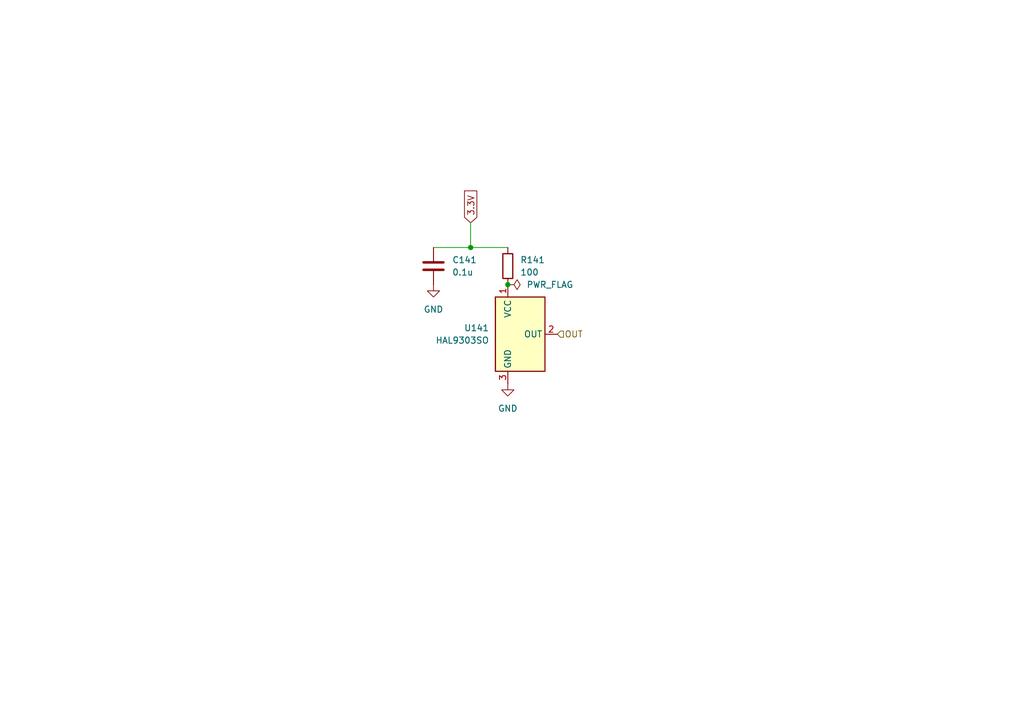
<source format=kicad_sch>
(kicad_sch (version 20250114) (generator "eeschema") (generator_version "9.0")
  (paper "A5")
  (lib_symbols
    (symbol "Device:C" (pin_numbers (hide yes)) (pin_names (offset 0.254))
      (property "Reference" "C" (at 0.635 2.54 0))
      (property "Value" "C" (at 0.635 -2.54 0))
      (symbol "C_0_1"
        (polyline (pts (xy -2.032 0.762) (xy 2.032 0.762)) (stroke (width 0.508)))
        (polyline (pts (xy -2.032 -0.762) (xy 2.032 -0.762)) (stroke (width 0.508)))
      )
      (symbol "C_1_1"
        (pin passive line (at 0 3.81 270) (length 2.794) (name "~") (number "1"))
        (pin passive line (at 0 -3.81 90) (length 2.794) (name "~") (number "2"))
      )
    )
    (symbol "Device:R" (pin_numbers (hide yes)) (pin_names (offset 0))
      (property "Reference" "R" (at 2.032 0 90))
      (property "Value" "R" (at 0 0 90))
      (symbol "R_0_1"
        (rectangle (start -1.016 -2.54) (end 1.016 2.54) (stroke (width 0.254)))
      )
      (symbol "R_1_1"
        (pin passive line (at 0 3.81 270) (length 1.27) (name "~") (number "1"))
        (pin passive line (at 0 -3.81 90) (length 1.27) (name "~") (number "2"))
      )
    )
    (symbol "Sensor_Magnetic:DRV5055A4xDBZxQ1"
      (property "Reference" "U" (at 2.54 12.7 0))
      (property "Value" "DRV5055A4xDBZxQ1" (at 2.54 10.16 0))
      (symbol "DRV5055A4xDBZxQ1_1_1"
        (rectangle (start -5.08 7.62) (end 5.08 -7.62) (stroke (width 0.254)) (fill (type background)))
        (pin power_in line (at -2.54 10.16 270) (length 2.54) (name "VCC") (number "1"))
        (pin power_in line (at -2.54 -10.16 90) (length 2.54) (name "GND") (number "3"))
        (pin output line (at 7.62 0 180) (length 2.54) (name "OUT") (number "2"))
      )
    )
    (symbol "power:GND" (power) (pin_numbers (hide yes)) (pin_names (offset 0) (hide yes))
      (property "Value" "GND" (at 0 -3.81 0))
      (symbol "GND_0_1"
        (polyline (pts (xy 0 0) (xy 0 -1.27) (xy 1.27 -1.27) (xy 0 -2.54) (xy -1.27 -1.27) (xy 0 -1.27)))
      )
      (symbol "GND_1_1"
        (pin power_in line (at 0 0 270) (length 0) (name "~") (number "1"))
      )
    )
    (symbol "power:PWR_FLAG" (power) (pin_numbers (hide yes)) (pin_names (offset 0) (hide yes))
      (property "Value" "PWR_FLAG" (at 0 3.81 0))
      (symbol "PWR_FLAG_0_0"
        (pin power_out line (at 0 0 90) (length 0) (name "~") (number "1"))
      )
      (symbol "PWR_FLAG_0_1"
        (polyline (pts (xy 0 0) (xy 0 1.27) (xy -1.016 1.905) (xy 0 2.54) (xy 1.016 1.905) (xy 0 1.27)))
      )
    )
  )
  (junction (at 104.14 58.42))
  (junction (at 96.52 50.8))
  (wire (pts (xy 96.52 45.72) (xy 96.52 50.8)))
  (wire (pts (xy 88.9 50.8) (xy 96.52 50.8)))
  (wire (pts (xy 96.52 50.8) (xy 104.14 50.8)))
  (global_label "3.3V" (shape input) (at 96.52 45.72 90) (property "Intersheetrefs" "${INTERSHEET_REFS}" (effects (hide yes))))
  (hierarchical_label "OUT" (shape input) (at 114.3 68.58 0))
  (symbol (lib_id "Sensor_Magnetic:DRV5055A4xDBZxQ1") (at 106.68 68.58 0) (unit 1)
    (property "Reference" "U1" (at 100.33 67.3099 0) (effects (justify right)))
    (property "Value" "HAL9303SO" (at 100.33 69.8499 0) (effects (justify right)))
    (property "Footprint" "Package_TO_SOT_SMD:SOT-23-3" (effects (hide yes)))
    (instances (project "pompyboard" (path "" (reference "U141") (unit 1)) (path "" (reference "U65") (unit 1)) (path "" (reference "U84") (unit 1)) (path "" (reference "U198") (unit 1)) (path "" (reference "U179") (unit 1)) (path "" (reference "U122") (unit 1)) (path "" (reference "U27") (unit 1)) (path "" (reference "U103") (unit 1)) (path "" (reference "U46") (unit 1)) (path "" (reference "U8") (unit 1)) (path "" (reference "U160") (unit 1)) (path "" (reference "U139") (unit 1)) (path "" (reference "U63") (unit 1)) (path "" (reference "U82") (unit 1)) (path "" (reference "U196") (unit 1)) (path "" (reference "U177") (unit 1)) (path "" (reference "U120") (unit 1)) (path "" (reference "U25") (unit 1)) (path "" (reference "U101") (unit 1)) (path "" (reference "U44") (unit 1)) (path "" (reference "U6") (unit 1)) (path "" (reference "U158") (unit 1)) (path "" (reference "U140") (unit 1)) (path "" (reference "U64") (unit 1)) (path "" (reference "U83") (unit 1)) (path "" (reference "U197") (unit 1)) (path "" (reference "U178") (unit 1)) (path "" (reference "U121") (unit 1)) (path "" (reference "U26") (unit 1)) (path "" (reference "U102") (unit 1)) (path "" (reference "U45") (unit 1)) (path "" (reference "U7") (unit 1)) (path "" (reference "U159") (unit 1)) (path "" (reference "U147") (unit 1)) (path "" (reference "U71") (unit 1)) (path "" (reference "U90") (unit 1)) (path "" (reference "U204") (unit 1)) (path "" (reference "U185") (unit 1)) (path "" (reference "U128") (unit 1)) (path "" (reference "U33") (unit 1)) (path "" (reference "U109") (unit 1)) (path "" (reference "U52") (unit 1)) (path "" (reference "U14") (unit 1)) (path "" (reference "U166") (unit 1)) (path "" (reference "U142") (unit 1)) (path "" (reference "U66") (unit 1)) (path "" (reference "U85") (unit 1)) (path "" (reference "U199") (unit 1)) (path "" (reference "U180") (unit 1)) (path "" (reference "U123") (unit 1)) (path "" (reference "U28") (unit 1)) (path "" (reference "U104") (unit 1)) (path "" (reference "U47") (unit 1)) (path "" (reference "U9") (unit 1)) (path "" (reference "U161") (unit 1)) (path "" (reference "U144") (unit 1)) (path "" (reference "U68") (unit 1)) (path "" (reference "U87") (unit 1)) (path "" (reference "U201") (unit 1)) (path "" (reference "U182") (unit 1)) (path "" (reference "U125") (unit 1)) (path "" (reference "U30") (unit 1)) (path "" (reference "U106") (unit 1)) (path "" (reference "U49") (unit 1)) (path "" (reference "U11") (unit 1)) (path "" (reference "U163") (unit 1)) (path "" (reference "U152") (unit 1)) (path "" (reference "U76") (unit 1)) (path "" (reference "U95") (unit 1)) (path "" (reference "U209") (unit 1)) (path "" (reference "U190") (unit 1)) (path "" (reference "U133") (unit 1)) (path "" (reference "U38") (unit 1)) (path "" (reference "U114") (unit 1)) (path "" (reference "U57") (unit 1)) (path "" (reference "U19") (unit 1)) (path "" (reference "U171") (unit 1)) (path "" (reference "U138") (unit 1)) (path "" (reference "U62") (unit 1)) (path "" (reference "U81") (unit 1)) (path "" (reference "U195") (unit 1)) (path "" (reference "U176") (unit 1)) (path "" (reference "U119") (unit 1)) (path "" (reference "U24") (unit 1)) (path "" (reference "U100") (unit 1)) (path "" (reference "U43") (unit 1)) (path "" (reference "U5") (unit 1)) (path "" (reference "U157") (unit 1)) (path "" (reference "U149") (unit 1)) (path "" (reference "U73") (unit 1)) (path "" (reference "U92") (unit 1)) (path "" (reference "U206") (unit 1)) (path "" (reference "U187") (unit 1)) (path "" (reference "U130") (unit 1)) (path "" (reference "U35") (unit 1)) (path "" (reference "U111") (unit 1)) (path "" (reference "U54") (unit 1)) (path "" (reference "U16") (unit 1)) (path "" (reference "U168") (unit 1)) (path "" (reference "U151") (unit 1)) (path "" (reference "U75") (unit 1)) (path "" (reference "U94") (unit 1)) (path "" (reference "U208") (unit 1)) (path "" (reference "U189") (unit 1)) (path "" (reference "U132") (unit 1)) (path "" (reference "U37") (unit 1)) (path "" (reference "U113") (unit 1)) (path "" (reference "U56") (unit 1)) (path "" (reference "U18") (unit 1)) (path "" (reference "U170") (unit 1)) (path "" (reference "U148") (unit 1)) (path "" (reference "U72") (unit 1)) (path "" (reference "U91") (unit 1)) (path "" (reference "U205") (unit 1)) (path "" (reference "U186") (unit 1)) (path "" (reference "U129") (unit 1)) (path "" (reference "U34") (unit 1)) (path "" (reference "U110") (unit 1)) (path "" (reference "U53") (unit 1)) (path "" (reference "U15") (unit 1)) (path "" (reference "U167") (unit 1)) (path "" (reference "U137") (unit 1)) (path "" (reference "U61") (unit 1)) (path "" (reference "U80") (unit 1)) (path "" (reference "U194") (unit 1)) (path "" (reference "U175") (unit 1)) (path "" (reference "U118") (unit 1)) (path "" (reference "U23") (unit 1)) (path "" (reference "U99") (unit 1)) (path "" (reference "U42") (unit 1)) (path "" (reference "U4") (unit 1)) (path "" (reference "U156") (unit 1)) (path "" (reference "U145") (unit 1)) (path "" (reference "U69") (unit 1)) (path "" (reference "U88") (unit 1)) (path "" (reference "U202") (unit 1)) (path "" (reference "U183") (unit 1)) (path "" (reference "U126") (unit 1)) (path "" (reference "U31") (unit 1)) (path "" (reference "U107") (unit 1)) (path "" (reference "U50") (unit 1)) (path "" (reference "U12") (unit 1)) (path "" (reference "U164") (unit 1)) (path "" (reference "U134") (unit 1)) (path "" (reference "U58") (unit 1)) (path "" (reference "U77") (unit 1)) (path "" (reference "U191") (unit 1)) (path "" (reference "U172") (unit 1)) (path "" (reference "U115") (unit 1)) (path "" (reference "U20") (unit 1)) (path "" (reference "U96") (unit 1)) (path "" (reference "U39") (unit 1)) (path "" (reference "U1") (unit 1)) (path "" (reference "U153") (unit 1)) (path "" (reference "U136") (unit 1)) (path "" (reference "U60") (unit 1)) (path "" (reference "U79") (unit 1)) (path "" (reference "U193") (unit 1)) (path "" (reference "U174") (unit 1)) (path "" (reference "U117") (unit 1)) (path "" (reference "U22") (unit 1)) (path "" (reference "U98") (unit 1)) (path "" (reference "U41") (unit 1)) (path "" (reference "U3") (unit 1)) (path "" (reference "U155") (unit 1)) (path "" (reference "U143") (unit 1)) (path "" (reference "U67") (unit 1)) (path "" (reference "U86") (unit 1)) (path "" (reference "U200") (unit 1)) (path "" (reference "U181") (unit 1)) (path "" (reference "U124") (unit 1)) (path "" (reference "U29") (unit 1)) (path "" (reference "U105") (unit 1)) (path "" (reference "U48") (unit 1)) (path "" (reference "U10") (unit 1)) (path "" (reference "U162") (unit 1)) (path "" (reference "U135") (unit 1)) (path "" (reference "U59") (unit 1)) (path "" (reference "U78") (unit 1)) (path "" (reference "U192") (unit 1)) (path "" (reference "U173") (unit 1)) (path "" (reference "U116") (unit 1)) (path "" (reference "U21") (unit 1)) (path "" (reference "U97") (unit 1)) (path "" (reference "U40") (unit 1)) (path "" (reference "U2") (unit 1)) (path "" (reference "U154") (unit 1)) (path "" (reference "U150") (unit 1)) (path "" (reference "U74") (unit 1)) (path "" (reference "U93") (unit 1)) (path "" (reference "U207") (unit 1)) (path "" (reference "U188") (unit 1)) (path "" (reference "U131") (unit 1)) (path "" (reference "U36") (unit 1)) (path "" (reference "U112") (unit 1)) (path "" (reference "U55") (unit 1)) (path "" (reference "U17") (unit 1)) (path "" (reference "U169") (unit 1)) (path "" (reference "U146") (unit 1)) (path "" (reference "U70") (unit 1)) (path "" (reference "U89") (unit 1)) (path "" (reference "U203") (unit 1)) (path "" (reference "U184") (unit 1)) (path "" (reference "U127") (unit 1)) (path "" (reference "U32") (unit 1)) (path "" (reference "U108") (unit 1)) (path "" (reference "U51") (unit 1)) (path "" (reference "U13") (unit 1)) (path "" (reference "U165") (unit 1))))
  )
  (symbol (lib_id "power:PWR_FLAG") (at 104.14 58.42 270) (unit 1)
    (property "Reference" "#FLG0212" (effects (hide yes)))
    (property "Value" "PWR_FLAG" (at 107.95 58.4199 90) (effects (justify left)))
    (property "Description" "Special symbol for telling ERC where power comes from" (effects (hide yes)))
    (instances (project "pompyboard" (path "" (reference "#FLG065") (unit 1)) (path "" (reference "#FLG061") (unit 1)) (path "" (reference "#FLG062") (unit 1)) (path "" (reference "#FLG068") (unit 1)) (path "" (reference "#FLG067") (unit 1)) (path "" (reference "#FLG064") (unit 1)) (path "" (reference "#FLG059") (unit 1)) (path "" (reference "#FLG063") (unit 1)) (path "" (reference "#FLG060") (unit 1)) (path "" (reference "#FLG058") (unit 1)) (path "" (reference "#FLG066") (unit 1)) (path "" (reference "#FLG043") (unit 1)) (path "" (reference "#FLG039") (unit 1)) (path "" (reference "#FLG040") (unit 1)) (path "" (reference "#FLG046") (unit 1)) (path "" (reference "#FLG045") (unit 1)) (path "" (reference "#FLG042") (unit 1)) (path "" (reference "#FLG037") (unit 1)) (path "" (reference "#FLG041") (unit 1)) (path "" (reference "#FLG038") (unit 1)) (path "" (reference "#FLG036") (unit 1)) (path "" (reference "#FLG044") (unit 1)) (path "" (reference "#FLG054") (unit 1)) (path "" (reference "#FLG050") (unit 1)) (path "" (reference "#FLG051") (unit 1)) (path "" (reference "#FLG057") (unit 1)) (path "" (reference "#FLG056") (unit 1)) (path "" (reference "#FLG053") (unit 1)) (path "" (reference "#FLG048") (unit 1)) (path "" (reference "#FLG052") (unit 1)) (path "" (reference "#FLG049") (unit 1)) (path "" (reference "#FLG047") (unit 1)) (path "" (reference "#FLG055") (unit 1)) (path "" (reference "#FLG0131") (unit 1)) (path "" (reference "#FLG0127") (unit 1)) (path "" (reference "#FLG0128") (unit 1)) (path "" (reference "#FLG0134") (unit 1)) (path "" (reference "#FLG0133") (unit 1)) (path "" (reference "#FLG0130") (unit 1)) (path "" (reference "#FLG0125") (unit 1)) (path "" (reference "#FLG0129") (unit 1)) (path "" (reference "#FLG0126") (unit 1)) (path "" (reference "#FLG0124") (unit 1)) (path "" (reference "#FLG0132") (unit 1)) (path "" (reference "#FLG076") (unit 1)) (path "" (reference "#FLG072") (unit 1)) (path "" (reference "#FLG073") (unit 1)) (path "" (reference "#FLG079") (unit 1)) (path "" (reference "#FLG078") (unit 1)) (path "" (reference "#FLG075") (unit 1)) (path "" (reference "#FLG070") (unit 1)) (path "" (reference "#FLG074") (unit 1)) (path "" (reference "#FLG071") (unit 1)) (path "" (reference "#FLG069") (unit 1)) (path "" (reference "#FLG077") (unit 1)) (path "" (reference "#FLG098") (unit 1)) (path "" (reference "#FLG094") (unit 1)) (path "" (reference "#FLG095") (unit 1)) (path "" (reference "#FLG0101") (unit 1)) (path "" (reference "#FLG0100") (unit 1)) (path "" (reference "#FLG097") (unit 1)) (path "" (reference "#FLG092") (unit 1)) (path "" (reference "#FLG096") (unit 1)) (path "" (reference "#FLG093") (unit 1)) (path "" (reference "#FLG091") (unit 1)) (path "" (reference "#FLG099") (unit 1)) (path "" (reference "#FLG0186") (unit 1)) (path "" (reference "#FLG0182") (unit 1)) (path "" (reference "#FLG0183") (unit 1)) (path "" (reference "#FLG0189") (unit 1)) (path "" (reference "#FLG0188") (unit 1)) (path "" (reference "#FLG0185") (unit 1)) (path "" (reference "#FLG0180") (unit 1)) (path "" (reference "#FLG0184") (unit 1)) (path "" (reference "#FLG0181") (unit 1)) (path "" (reference "#FLG0179") (unit 1)) (path "" (reference "#FLG0187") (unit 1)) (path "" (reference "#FLG032") (unit 1)) (path "" (reference "#FLG028") (unit 1)) (path "" (reference "#FLG029") (unit 1)) (path "" (reference "#FLG035") (unit 1)) (path "" (reference "#FLG034") (unit 1)) (path "" (reference "#FLG031") (unit 1)) (path "" (reference "#FLG026") (unit 1)) (path "" (reference "#FLG030") (unit 1)) (path "" (reference "#FLG027") (unit 1)) (path "" (reference "#FLG025") (unit 1)) (path "" (reference "#FLG033") (unit 1)) (path "" (reference "#FLG0153") (unit 1)) (path "" (reference "#FLG0149") (unit 1)) (path "" (reference "#FLG0150") (unit 1)) (path "" (reference "#FLG0156") (unit 1)) (path "" (reference "#FLG0155") (unit 1)) (path "" (reference "#FLG0152") (unit 1)) (path "" (reference "#FLG0147") (unit 1)) (path "" (reference "#FLG0151") (unit 1)) (path "" (reference "#FLG0148") (unit 1)) (path "" (reference "#FLG0146") (unit 1)) (path "" (reference "#FLG0154") (unit 1)) (path "" (reference "#FLG0175") (unit 1)) (path "" (reference "#FLG0171") (unit 1)) (path "" (reference "#FLG0172") (unit 1)) (path "" (reference "#FLG0178") (unit 1)) (path "" (reference "#FLG0177") (unit 1)) (path "" (reference "#FLG0174") (unit 1)) (path "" (reference "#FLG0169") (unit 1)) (path "" (reference "#FLG0173") (unit 1)) (path "" (reference "#FLG0170") (unit 1)) (path "" (reference "#FLG0168") (unit 1)) (path "" (reference "#FLG0176") (unit 1)) (path "" (reference "#FLG0142") (unit 1)) (path "" (reference "#FLG0138") (unit 1)) (path "" (reference "#FLG0139") (unit 1)) (path "" (reference "#FLG0145") (unit 1)) (path "" (reference "#FLG0144") (unit 1)) (path "" (reference "#FLG0141") (unit 1)) (path "" (reference "#FLG0136") (unit 1)) (path "" (reference "#FLG0140") (unit 1)) (path "" (reference "#FLG0137") (unit 1)) (path "" (reference "#FLG0135") (unit 1)) (path "" (reference "#FLG0143") (unit 1)) (path "" (reference "#FLG021") (unit 1)) (path "" (reference "#FLG017") (unit 1)) (path "" (reference "#FLG018") (unit 1)) (path "" (reference "#FLG024") (unit 1)) (path "" (reference "#FLG023") (unit 1)) (path "" (reference "#FLG020") (unit 1)) (path "" (reference "#FLG015") (unit 1)) (path "" (reference "#FLG019") (unit 1)) (path "" (reference "#FLG016") (unit 1)) (path "" (reference "#FLG014") (unit 1)) (path "" (reference "#FLG022") (unit 1)) (path "" (reference "#FLG0109") (unit 1)) (path "" (reference "#FLG0105") (unit 1)) (path "" (reference "#FLG0106") (unit 1)) (path "" (reference "#FLG0112") (unit 1)) (path "" (reference "#FLG0111") (unit 1)) (path "" (reference "#FLG0108") (unit 1)) (path "" (reference "#FLG0103") (unit 1)) (path "" (reference "#FLG0107") (unit 1)) (path "" (reference "#FLG0104") (unit 1)) (path "" (reference "#FLG0102") (unit 1)) (path "" (reference "#FLG0110") (unit 1)) (path "" (reference "#FLG0219") (unit 1)) (path "" (reference "#FLG0215") (unit 1)) (path "" (reference "#FLG0216") (unit 1)) (path "" (reference "#FLG0222") (unit 1)) (path "" (reference "#FLG0221") (unit 1)) (path "" (reference "#FLG0218") (unit 1)) (path "" (reference "#FLG0213") (unit 1)) (path "" (reference "#FLG0217") (unit 1)) (path "" (reference "#FLG0214") (unit 1)) (path "" (reference "#FLG0212") (unit 1)) (path "" (reference "#FLG0220") (unit 1)) (path "" (reference "#FLG010") (unit 1)) (path "" (reference "#FLG06") (unit 1)) (path "" (reference "#FLG07") (unit 1)) (path "" (reference "#FLG013") (unit 1)) (path "" (reference "#FLG012") (unit 1)) (path "" (reference "#FLG09") (unit 1)) (path "" (reference "#FLG03") (unit 1)) (path "" (reference "#FLG08") (unit 1)) (path "" (reference "#FLG04") (unit 1)) (path "" (reference "#FLG02") (unit 1)) (path "" (reference "#FLG011") (unit 1)) (path "" (reference "#FLG087") (unit 1)) (path "" (reference "#FLG083") (unit 1)) (path "" (reference "#FLG084") (unit 1)) (path "" (reference "#FLG090") (unit 1)) (path "" (reference "#FLG089") (unit 1)) (path "" (reference "#FLG086") (unit 1)) (path "" (reference "#FLG081") (unit 1)) (path "" (reference "#FLG085") (unit 1)) (path "" (reference "#FLG082") (unit 1)) (path "" (reference "#FLG080") (unit 1)) (path "" (reference "#FLG088") (unit 1)) (path "" (reference "#FLG0230") (unit 1)) (path "" (reference "#FLG0226") (unit 1)) (path "" (reference "#FLG0227") (unit 1)) (path "" (reference "#FLG0233") (unit 1)) (path "" (reference "#FLG0232") (unit 1)) (path "" (reference "#FLG0229") (unit 1)) (path "" (reference "#FLG0224") (unit 1)) (path "" (reference "#FLG0228") (unit 1)) (path "" (reference "#FLG0225") (unit 1)) (path "" (reference "#FLG0223") (unit 1)) (path "" (reference "#FLG0231") (unit 1)) (path "" (reference "#FLG0164") (unit 1)) (path "" (reference "#FLG0160") (unit 1)) (path "" (reference "#FLG0161") (unit 1)) (path "" (reference "#FLG0167") (unit 1)) (path "" (reference "#FLG0166") (unit 1)) (path "" (reference "#FLG0163") (unit 1)) (path "" (reference "#FLG0158") (unit 1)) (path "" (reference "#FLG0162") (unit 1)) (path "" (reference "#FLG0159") (unit 1)) (path "" (reference "#FLG0157") (unit 1)) (path "" (reference "#FLG0165") (unit 1)) (path "" (reference "#FLG0120") (unit 1)) (path "" (reference "#FLG0116") (unit 1)) (path "" (reference "#FLG0117") (unit 1)) (path "" (reference "#FLG0123") (unit 1)) (path "" (reference "#FLG0122") (unit 1)) (path "" (reference "#FLG0119") (unit 1)) (path "" (reference "#FLG0114") (unit 1)) (path "" (reference "#FLG0118") (unit 1)) (path "" (reference "#FLG0115") (unit 1)) (path "" (reference "#FLG0113") (unit 1)) (path "" (reference "#FLG0121") (unit 1))))
  )
  (symbol (lib_id "Device:R") (at 104.14 54.61 180) (unit 1)
    (property "Reference" "R1" (at 106.68 53.3399 0) (effects (justify right)))
    (property "Value" "100" (at 106.68 55.8799 0) (effects (justify right)))
    (property "Footprint" "Resistor_SMD:R_0201_0603Metric" (effects (hide yes)))
    (property "Description" "Resistor" (effects (hide yes)))
    (property "LCSC Part #" "C22775" (effects (hide yes)))
    (instances (project "pompyboard" (path "" (reference "R141") (unit 1)) (path "" (reference "R65") (unit 1)) (path "" (reference "R84") (unit 1)) (path "" (reference "R198") (unit 1)) (path "" (reference "R179") (unit 1)) (path "" (reference "R122") (unit 1)) (path "" (reference "R27") (unit 1)) (path "" (reference "R103") (unit 1)) (path "" (reference "R46") (unit 1)) (path "" (reference "R8") (unit 1)) (path "" (reference "R160") (unit 1)) (path "" (reference "R139") (unit 1)) (path "" (reference "R63") (unit 1)) (path "" (reference "R82") (unit 1)) (path "" (reference "R196") (unit 1)) (path "" (reference "R177") (unit 1)) (path "" (reference "R120") (unit 1)) (path "" (reference "R25") (unit 1)) (path "" (reference "R101") (unit 1)) (path "" (reference "R44") (unit 1)) (path "" (reference "R6") (unit 1)) (path "" (reference "R158") (unit 1)) (path "" (reference "R140") (unit 1)) (path "" (reference "R64") (unit 1)) (path "" (reference "R83") (unit 1)) (path "" (reference "R197") (unit 1)) (path "" (reference "R178") (unit 1)) (path "" (reference "R121") (unit 1)) (path "" (reference "R26") (unit 1)) (path "" (reference "R102") (unit 1)) (path "" (reference "R45") (unit 1)) (path "" (reference "R7") (unit 1)) (path "" (reference "R159") (unit 1)) (path "" (reference "R147") (unit 1)) (path "" (reference "R71") (unit 1)) (path "" (reference "R90") (unit 1)) (path "" (reference "R204") (unit 1)) (path "" (reference "R185") (unit 1)) (path "" (reference "R128") (unit 1)) (path "" (reference "R33") (unit 1)) (path "" (reference "R109") (unit 1)) (path "" (reference "R52") (unit 1)) (path "" (reference "R14") (unit 1)) (path "" (reference "R166") (unit 1)) (path "" (reference "R142") (unit 1)) (path "" (reference "R66") (unit 1)) (path "" (reference "R85") (unit 1)) (path "" (reference "R199") (unit 1)) (path "" (reference "R180") (unit 1)) (path "" (reference "R123") (unit 1)) (path "" (reference "R28") (unit 1)) (path "" (reference "R104") (unit 1)) (path "" (reference "R47") (unit 1)) (path "" (reference "R9") (unit 1)) (path "" (reference "R161") (unit 1)) (path "" (reference "R144") (unit 1)) (path "" (reference "R68") (unit 1)) (path "" (reference "R87") (unit 1)) (path "" (reference "R201") (unit 1)) (path "" (reference "R182") (unit 1)) (path "" (reference "R125") (unit 1)) (path "" (reference "R30") (unit 1)) (path "" (reference "R106") (unit 1)) (path "" (reference "R49") (unit 1)) (path "" (reference "R11") (unit 1)) (path "" (reference "R163") (unit 1)) (path "" (reference "R152") (unit 1)) (path "" (reference "R76") (unit 1)) (path "" (reference "R95") (unit 1)) (path "" (reference "R209") (unit 1)) (path "" (reference "R190") (unit 1)) (path "" (reference "R133") (unit 1)) (path "" (reference "R38") (unit 1)) (path "" (reference "R114") (unit 1)) (path "" (reference "R57") (unit 1)) (path "" (reference "R19") (unit 1)) (path "" (reference "R171") (unit 1)) (path "" (reference "R138") (unit 1)) (path "" (reference "R62") (unit 1)) (path "" (reference "R81") (unit 1)) (path "" (reference "R195") (unit 1)) (path "" (reference "R176") (unit 1)) (path "" (reference "R119") (unit 1)) (path "" (reference "R24") (unit 1)) (path "" (reference "R100") (unit 1)) (path "" (reference "R43") (unit 1)) (path "" (reference "R5") (unit 1)) (path "" (reference "R157") (unit 1)) (path "" (reference "R149") (unit 1)) (path "" (reference "R73") (unit 1)) (path "" (reference "R92") (unit 1)) (path "" (reference "R206") (unit 1)) (path "" (reference "R187") (unit 1)) (path "" (reference "R130") (unit 1)) (path "" (reference "R35") (unit 1)) (path "" (reference "R111") (unit 1)) (path "" (reference "R54") (unit 1)) (path "" (reference "R16") (unit 1)) (path "" (reference "R168") (unit 1)) (path "" (reference "R151") (unit 1)) (path "" (reference "R75") (unit 1)) (path "" (reference "R94") (unit 1)) (path "" (reference "R208") (unit 1)) (path "" (reference "R189") (unit 1)) (path "" (reference "R132") (unit 1)) (path "" (reference "R37") (unit 1)) (path "" (reference "R113") (unit 1)) (path "" (reference "R56") (unit 1)) (path "" (reference "R18") (unit 1)) (path "" (reference "R170") (unit 1)) (path "" (reference "R148") (unit 1)) (path "" (reference "R72") (unit 1)) (path "" (reference "R91") (unit 1)) (path "" (reference "R205") (unit 1)) (path "" (reference "R186") (unit 1)) (path "" (reference "R129") (unit 1)) (path "" (reference "R34") (unit 1)) (path "" (reference "R110") (unit 1)) (path "" (reference "R53") (unit 1)) (path "" (reference "R15") (unit 1)) (path "" (reference "R167") (unit 1)) (path "" (reference "R137") (unit 1)) (path "" (reference "R61") (unit 1)) (path "" (reference "R80") (unit 1)) (path "" (reference "R194") (unit 1)) (path "" (reference "R175") (unit 1)) (path "" (reference "R118") (unit 1)) (path "" (reference "R23") (unit 1)) (path "" (reference "R99") (unit 1)) (path "" (reference "R42") (unit 1)) (path "" (reference "R4") (unit 1)) (path "" (reference "R156") (unit 1)) (path "" (reference "R145") (unit 1)) (path "" (reference "R69") (unit 1)) (path "" (reference "R88") (unit 1)) (path "" (reference "R202") (unit 1)) (path "" (reference "R183") (unit 1)) (path "" (reference "R126") (unit 1)) (path "" (reference "R31") (unit 1)) (path "" (reference "R107") (unit 1)) (path "" (reference "R50") (unit 1)) (path "" (reference "R12") (unit 1)) (path "" (reference "R164") (unit 1)) (path "" (reference "R134") (unit 1)) (path "" (reference "R58") (unit 1)) (path "" (reference "R77") (unit 1)) (path "" (reference "R191") (unit 1)) (path "" (reference "R172") (unit 1)) (path "" (reference "R115") (unit 1)) (path "" (reference "R20") (unit 1)) (path "" (reference "R96") (unit 1)) (path "" (reference "R39") (unit 1)) (path "" (reference "R1") (unit 1)) (path "" (reference "R153") (unit 1)) (path "" (reference "R136") (unit 1)) (path "" (reference "R60") (unit 1)) (path "" (reference "R79") (unit 1)) (path "" (reference "R193") (unit 1)) (path "" (reference "R174") (unit 1)) (path "" (reference "R117") (unit 1)) (path "" (reference "R22") (unit 1)) (path "" (reference "R98") (unit 1)) (path "" (reference "R41") (unit 1)) (path "" (reference "R3") (unit 1)) (path "" (reference "R155") (unit 1)) (path "" (reference "R143") (unit 1)) (path "" (reference "R67") (unit 1)) (path "" (reference "R86") (unit 1)) (path "" (reference "R200") (unit 1)) (path "" (reference "R181") (unit 1)) (path "" (reference "R124") (unit 1)) (path "" (reference "R29") (unit 1)) (path "" (reference "R105") (unit 1)) (path "" (reference "R48") (unit 1)) (path "" (reference "R10") (unit 1)) (path "" (reference "R162") (unit 1)) (path "" (reference "R135") (unit 1)) (path "" (reference "R59") (unit 1)) (path "" (reference "R78") (unit 1)) (path "" (reference "R192") (unit 1)) (path "" (reference "R173") (unit 1)) (path "" (reference "R116") (unit 1)) (path "" (reference "R21") (unit 1)) (path "" (reference "R97") (unit 1)) (path "" (reference "R40") (unit 1)) (path "" (reference "R2") (unit 1)) (path "" (reference "R154") (unit 1)) (path "" (reference "R150") (unit 1)) (path "" (reference "R74") (unit 1)) (path "" (reference "R93") (unit 1)) (path "" (reference "R207") (unit 1)) (path "" (reference "R188") (unit 1)) (path "" (reference "R131") (unit 1)) (path "" (reference "R36") (unit 1)) (path "" (reference "R112") (unit 1)) (path "" (reference "R55") (unit 1)) (path "" (reference "R17") (unit 1)) (path "" (reference "R169") (unit 1)) (path "" (reference "R146") (unit 1)) (path "" (reference "R70") (unit 1)) (path "" (reference "R89") (unit 1)) (path "" (reference "R203") (unit 1)) (path "" (reference "R184") (unit 1)) (path "" (reference "R127") (unit 1)) (path "" (reference "R32") (unit 1)) (path "" (reference "R108") (unit 1)) (path "" (reference "R51") (unit 1)) (path "" (reference "R13") (unit 1)) (path "" (reference "R165") (unit 1))))
  )
  (symbol (lib_id "power:GND") (at 88.9 58.42 0) (unit 1)
    (property "Reference" "#PWR041" (effects (hide yes)))
    (property "Value" "GND" (at 88.9 63.5 0))
    (property "Description" "Power symbol creates a global label with name \"GND\" , ground" (effects (hide yes)))
    (instances (project "pompyboard" (path "" (reference "#PWR0201") (unit 1)) (path "" (reference "#PWR0193") (unit 1)) (path "" (reference "#PWR0195") (unit 1)) (path "" (reference "#PWR0207") (unit 1)) (path "" (reference "#PWR0205") (unit 1)) (path "" (reference "#PWR0199") (unit 1)) (path "" (reference "#PWR0189") (unit 1)) (path "" (reference "#PWR0197") (unit 1)) (path "" (reference "#PWR0191") (unit 1)) (path "" (reference "#PWR0187") (unit 1)) (path "" (reference "#PWR0203") (unit 1)) (path "" (reference "#PWR0151") (unit 1)) (path "" (reference "#PWR0143") (unit 1)) (path "" (reference "#PWR0145") (unit 1)) (path "" (reference "#PWR0157") (unit 1)) (path "" (reference "#PWR0155") (unit 1)) (path "" (reference "#PWR0149") (unit 1)) (path "" (reference "#PWR0139") (unit 1)) (path "" (reference "#PWR0147") (unit 1)) (path "" (reference "#PWR0141") (unit 1)) (path "" (reference "#PWR0137") (unit 1)) (path "" (reference "#PWR0153") (unit 1)) (path "" (reference "#PWR0176") (unit 1)) (path "" (reference "#PWR0168") (unit 1)) (path "" (reference "#PWR0170") (unit 1)) (path "" (reference "#PWR0182") (unit 1)) (path "" (reference "#PWR0180") (unit 1)) (path "" (reference "#PWR0174") (unit 1)) (path "" (reference "#PWR0164") (unit 1)) (path "" (reference "#PWR0172") (unit 1)) (path "" (reference "#PWR0166") (unit 1)) (path "" (reference "#PWR0162") (unit 1)) (path "" (reference "#PWR0178") (unit 1)) (path "" (reference "#PWR0351") (unit 1)) (path "" (reference "#PWR0343") (unit 1)) (path "" (reference "#PWR0345") (unit 1)) (path "" (reference "#PWR0357") (unit 1)) (path "" (reference "#PWR0355") (unit 1)) (path "" (reference "#PWR0349") (unit 1)) (path "" (reference "#PWR0339") (unit 1)) (path "" (reference "#PWR0347") (unit 1)) (path "" (reference "#PWR0341") (unit 1)) (path "" (reference "#PWR0337") (unit 1)) (path "" (reference "#PWR0353") (unit 1)) (path "" (reference "#PWR0226") (unit 1)) (path "" (reference "#PWR0218") (unit 1)) (path "" (reference "#PWR0220") (unit 1)) (path "" (reference "#PWR0232") (unit 1)) (path "" (reference "#PWR0230") (unit 1)) (path "" (reference "#PWR0224") (unit 1)) (path "" (reference "#PWR0214") (unit 1)) (path "" (reference "#PWR0222") (unit 1)) (path "" (reference "#PWR0216") (unit 1)) (path "" (reference "#PWR0212") (unit 1)) (path "" (reference "#PWR0228") (unit 1)) (path "" (reference "#PWR0276") (unit 1)) (path "" (reference "#PWR0268") (unit 1)) (path "" (reference "#PWR0270") (unit 1)) (path "" (reference "#PWR0282") (unit 1)) (path "" (reference "#PWR0280") (unit 1)) (path "" (reference "#PWR0274") (unit 1)) (path "" (reference "#PWR0264") (unit 1)) (path "" (reference "#PWR0272") (unit 1)) (path "" (reference "#PWR0266") (unit 1)) (path "" (reference "#PWR0262") (unit 1)) (path "" (reference "#PWR0278") (unit 1)) (path "" (reference "#PWR0476") (unit 1)) (path "" (reference "#PWR0468") (unit 1)) (path "" (reference "#PWR0470") (unit 1)) (path "" (reference "#PWR0482") (unit 1)) (path "" (reference "#PWR0480") (unit 1)) (path "" (reference "#PWR0474") (unit 1)) (path "" (reference "#PWR0464") (unit 1)) (path "" (reference "#PWR0472") (unit 1)) (path "" (reference "#PWR0466") (unit 1)) (path "" (reference "#PWR0462") (unit 1)) (path "" (reference "#PWR0478") (unit 1)) (path "" (reference "#PWR0126") (unit 1)) (path "" (reference "#PWR0118") (unit 1)) (path "" (reference "#PWR0120") (unit 1)) (path "" (reference "#PWR0132") (unit 1)) (path "" (reference "#PWR0130") (unit 1)) (path "" (reference "#PWR0124") (unit 1)) (path "" (reference "#PWR0114") (unit 1)) (path "" (reference "#PWR0122") (unit 1)) (path "" (reference "#PWR0116") (unit 1)) (path "" (reference "#PWR0112") (unit 1)) (path "" (reference "#PWR0128") (unit 1)) (path "" (reference "#PWR0401") (unit 1)) (path "" (reference "#PWR0393") (unit 1)) (path "" (reference "#PWR0395") (unit 1)) (path "" (reference "#PWR0407") (unit 1)) (path "" (reference "#PWR0405") (unit 1)) (path "" (reference "#PWR0399") (unit 1)) (path "" (reference "#PWR0389") (unit 1)) (path "" (reference "#PWR0397") (unit 1)) (path "" (reference "#PWR0391") (unit 1)) (path "" (reference "#PWR0387") (unit 1)) (path "" (reference "#PWR0403") (unit 1)) (path "" (reference "#PWR0451") (unit 1)) (path "" (reference "#PWR0443") (unit 1)) (path "" (reference "#PWR0445") (unit 1)) (path "" (reference "#PWR0457") (unit 1)) (path "" (reference "#PWR0455") (unit 1)) (path "" (reference "#PWR0449") (unit 1)) (path "" (reference "#PWR0439") (unit 1)) (path "" (reference "#PWR0447") (unit 1)) (path "" (reference "#PWR0441") (unit 1)) (path "" (reference "#PWR0437") (unit 1)) (path "" (reference "#PWR0453") (unit 1)) (path "" (reference "#PWR0376") (unit 1)) (path "" (reference "#PWR0368") (unit 1)) (path "" (reference "#PWR0370") (unit 1)) (path "" (reference "#PWR0382") (unit 1)) (path "" (reference "#PWR0380") (unit 1)) (path "" (reference "#PWR0374") (unit 1)) (path "" (reference "#PWR0364") (unit 1)) (path "" (reference "#PWR0372") (unit 1)) (path "" (reference "#PWR0366") (unit 1)) (path "" (reference "#PWR0362") (unit 1)) (path "" (reference "#PWR0378") (unit 1)) (path "" (reference "#PWR0101") (unit 1)) (path "" (reference "#PWR093") (unit 1)) (path "" (reference "#PWR095") (unit 1)) (path "" (reference "#PWR0107") (unit 1)) (path "" (reference "#PWR0105") (unit 1)) (path "" (reference "#PWR099") (unit 1)) (path "" (reference "#PWR089") (unit 1)) (path "" (reference "#PWR097") (unit 1)) (path "" (reference "#PWR091") (unit 1)) (path "" (reference "#PWR033") (unit 1)) (path "" (reference "#PWR0103") (unit 1)) (path "" (reference "#PWR0301") (unit 1)) (path "" (reference "#PWR0293") (unit 1)) (path "" (reference "#PWR0295") (unit 1)) (path "" (reference "#PWR0307") (unit 1)) (path "" (reference "#PWR0305") (unit 1)) (path "" (reference "#PWR0299") (unit 1)) (path "" (reference "#PWR0289") (unit 1)) (path "" (reference "#PWR0297") (unit 1)) (path "" (reference "#PWR0291") (unit 1)) (path "" (reference "#PWR0287") (unit 1)) (path "" (reference "#PWR0303") (unit 1)) (path "" (reference "#PWR054") (unit 1)) (path "" (reference "#PWR046") (unit 1)) (path "" (reference "#PWR048") (unit 1)) (path "" (reference "#PWR060") (unit 1)) (path "" (reference "#PWR058") (unit 1)) (path "" (reference "#PWR052") (unit 1)) (path "" (reference "#PWR042") (unit 1)) (path "" (reference "#PWR050") (unit 1)) (path "" (reference "#PWR044") (unit 1)) (path "" (reference "#PWR041") (unit 1)) (path "" (reference "#PWR056") (unit 1)) (path "" (reference "#PWR022") (unit 1)) (path "" (reference "#PWR013") (unit 1)) (path "" (reference "#PWR015") (unit 1)) (path "" (reference "#PWR028") (unit 1)) (path "" (reference "#PWR026") (unit 1)) (path "" (reference "#PWR020") (unit 1)) (path "" (reference "#PWR08") (unit 1)) (path "" (reference "#PWR018") (unit 1)) (path "" (reference "#PWR010") (unit 1)) (path "" (reference "#PWR06") (unit 1)) (path "" (reference "#PWR024") (unit 1)) (path "" (reference "#PWR0251") (unit 1)) (path "" (reference "#PWR0243") (unit 1)) (path "" (reference "#PWR0245") (unit 1)) (path "" (reference "#PWR0257") (unit 1)) (path "" (reference "#PWR0255") (unit 1)) (path "" (reference "#PWR0249") (unit 1)) (path "" (reference "#PWR0239") (unit 1)) (path "" (reference "#PWR0247") (unit 1)) (path "" (reference "#PWR0241") (unit 1)) (path "" (reference "#PWR0237") (unit 1)) (path "" (reference "#PWR0253") (unit 1)) (path "" (reference "#PWR081") (unit 1)) (path "" (reference "#PWR073") (unit 1)) (path "" (reference "#PWR075") (unit 1)) (path "" (reference "#PWR087") (unit 1)) (path "" (reference "#PWR085") (unit 1)) (path "" (reference "#PWR079") (unit 1)) (path "" (reference "#PWR069") (unit 1)) (path "" (reference "#PWR077") (unit 1)) (path "" (reference "#PWR071") (unit 1)) (path "" (reference "#PWR067") (unit 1)) (path "" (reference "#PWR083") (unit 1)) (path "" (reference "#PWR0426") (unit 1)) (path "" (reference "#PWR0418") (unit 1)) (path "" (reference "#PWR0420") (unit 1)) (path "" (reference "#PWR0432") (unit 1)) (path "" (reference "#PWR0430") (unit 1)) (path "" (reference "#PWR0424") (unit 1)) (path "" (reference "#PWR0414") (unit 1)) (path "" (reference "#PWR0422") (unit 1)) (path "" (reference "#PWR0416") (unit 1)) (path "" (reference "#PWR0412") (unit 1)) (path "" (reference "#PWR0428") (unit 1)) (path "" (reference "#PWR0326") (unit 1)) (path "" (reference "#PWR0318") (unit 1)) (path "" (reference "#PWR0320") (unit 1)) (path "" (reference "#PWR0332") (unit 1)) (path "" (reference "#PWR0330") (unit 1)) (path "" (reference "#PWR0324") (unit 1)) (path "" (reference "#PWR0314") (unit 1)) (path "" (reference "#PWR0322") (unit 1)) (path "" (reference "#PWR0316") (unit 1)) (path "" (reference "#PWR0312") (unit 1)) (path "" (reference "#PWR0328") (unit 1))))
  )
  (symbol (lib_id "Device:C") (at 88.9 54.61 0) (unit 1)
    (property "Reference" "C1" (at 92.71 53.3399 0) (effects (justify left)))
    (property "Value" "0.1u" (at 92.71 55.8799 0) (effects (justify left)))
    (property "Footprint" "Capacitor_SMD:C_0201_0603Metric" (effects (hide yes)))
    (property "Description" "Unpolarized capacitor" (effects (hide yes)))
    (property "LCSC Part #" "C1591" (effects (hide yes)))
    (instances (project "pompyboard" (path "" (reference "C141") (unit 1)) (path "" (reference "C65") (unit 1)) (path "" (reference "C84") (unit 1)) (path "" (reference "C198") (unit 1)) (path "" (reference "C179") (unit 1)) (path "" (reference "C122") (unit 1)) (path "" (reference "C27") (unit 1)) (path "" (reference "C103") (unit 1)) (path "" (reference "C46") (unit 1)) (path "" (reference "C8") (unit 1)) (path "" (reference "C160") (unit 1)) (path "" (reference "C139") (unit 1)) (path "" (reference "C63") (unit 1)) (path "" (reference "C82") (unit 1)) (path "" (reference "C196") (unit 1)) (path "" (reference "C177") (unit 1)) (path "" (reference "C120") (unit 1)) (path "" (reference "C25") (unit 1)) (path "" (reference "C101") (unit 1)) (path "" (reference "C44") (unit 1)) (path "" (reference "C6") (unit 1)) (path "" (reference "C158") (unit 1)) (path "" (reference "C140") (unit 1)) (path "" (reference "C64") (unit 1)) (path "" (reference "C83") (unit 1)) (path "" (reference "C197") (unit 1)) (path "" (reference "C178") (unit 1)) (path "" (reference "C121") (unit 1)) (path "" (reference "C26") (unit 1)) (path "" (reference "C102") (unit 1)) (path "" (reference "C45") (unit 1)) (path "" (reference "C7") (unit 1)) (path "" (reference "C159") (unit 1)) (path "" (reference "C147") (unit 1)) (path "" (reference "C71") (unit 1)) (path "" (reference "C90") (unit 1)) (path "" (reference "C204") (unit 1)) (path "" (reference "C185") (unit 1)) (path "" (reference "C128") (unit 1)) (path "" (reference "C33") (unit 1)) (path "" (reference "C109") (unit 1)) (path "" (reference "C52") (unit 1)) (path "" (reference "C14") (unit 1)) (path "" (reference "C166") (unit 1)) (path "" (reference "C142") (unit 1)) (path "" (reference "C66") (unit 1)) (path "" (reference "C85") (unit 1)) (path "" (reference "C199") (unit 1)) (path "" (reference "C180") (unit 1)) (path "" (reference "C123") (unit 1)) (path "" (reference "C28") (unit 1)) (path "" (reference "C104") (unit 1)) (path "" (reference "C47") (unit 1)) (path "" (reference "C9") (unit 1)) (path "" (reference "C161") (unit 1)) (path "" (reference "C144") (unit 1)) (path "" (reference "C68") (unit 1)) (path "" (reference "C87") (unit 1)) (path "" (reference "C201") (unit 1)) (path "" (reference "C182") (unit 1)) (path "" (reference "C125") (unit 1)) (path "" (reference "C30") (unit 1)) (path "" (reference "C106") (unit 1)) (path "" (reference "C49") (unit 1)) (path "" (reference "C11") (unit 1)) (path "" (reference "C163") (unit 1)) (path "" (reference "C152") (unit 1)) (path "" (reference "C76") (unit 1)) (path "" (reference "C95") (unit 1)) (path "" (reference "C209") (unit 1)) (path "" (reference "C190") (unit 1)) (path "" (reference "C133") (unit 1)) (path "" (reference "C38") (unit 1)) (path "" (reference "C114") (unit 1)) (path "" (reference "C57") (unit 1)) (path "" (reference "C19") (unit 1)) (path "" (reference "C171") (unit 1)) (path "" (reference "C138") (unit 1)) (path "" (reference "C62") (unit 1)) (path "" (reference "C81") (unit 1)) (path "" (reference "C195") (unit 1)) (path "" (reference "C176") (unit 1)) (path "" (reference "C119") (unit 1)) (path "" (reference "C24") (unit 1)) (path "" (reference "C100") (unit 1)) (path "" (reference "C43") (unit 1)) (path "" (reference "C5") (unit 1)) (path "" (reference "C157") (unit 1)) (path "" (reference "C149") (unit 1)) (path "" (reference "C73") (unit 1)) (path "" (reference "C92") (unit 1)) (path "" (reference "C206") (unit 1)) (path "" (reference "C187") (unit 1)) (path "" (reference "C130") (unit 1)) (path "" (reference "C35") (unit 1)) (path "" (reference "C111") (unit 1)) (path "" (reference "C54") (unit 1)) (path "" (reference "C16") (unit 1)) (path "" (reference "C168") (unit 1)) (path "" (reference "C151") (unit 1)) (path "" (reference "C75") (unit 1)) (path "" (reference "C94") (unit 1)) (path "" (reference "C208") (unit 1)) (path "" (reference "C189") (unit 1)) (path "" (reference "C132") (unit 1)) (path "" (reference "C37") (unit 1)) (path "" (reference "C113") (unit 1)) (path "" (reference "C56") (unit 1)) (path "" (reference "C18") (unit 1)) (path "" (reference "C170") (unit 1)) (path "" (reference "C148") (unit 1)) (path "" (reference "C72") (unit 1)) (path "" (reference "C91") (unit 1)) (path "" (reference "C205") (unit 1)) (path "" (reference "C186") (unit 1)) (path "" (reference "C129") (unit 1)) (path "" (reference "C34") (unit 1)) (path "" (reference "C110") (unit 1)) (path "" (reference "C53") (unit 1)) (path "" (reference "C15") (unit 1)) (path "" (reference "C167") (unit 1)) (path "" (reference "C137") (unit 1)) (path "" (reference "C61") (unit 1)) (path "" (reference "C80") (unit 1)) (path "" (reference "C194") (unit 1)) (path "" (reference "C175") (unit 1)) (path "" (reference "C118") (unit 1)) (path "" (reference "C23") (unit 1)) (path "" (reference "C99") (unit 1)) (path "" (reference "C42") (unit 1)) (path "" (reference "C4") (unit 1)) (path "" (reference "C156") (unit 1)) (path "" (reference "C145") (unit 1)) (path "" (reference "C69") (unit 1)) (path "" (reference "C88") (unit 1)) (path "" (reference "C202") (unit 1)) (path "" (reference "C183") (unit 1)) (path "" (reference "C126") (unit 1)) (path "" (reference "C31") (unit 1)) (path "" (reference "C107") (unit 1)) (path "" (reference "C50") (unit 1)) (path "" (reference "C12") (unit 1)) (path "" (reference "C164") (unit 1)) (path "" (reference "C134") (unit 1)) (path "" (reference "C58") (unit 1)) (path "" (reference "C77") (unit 1)) (path "" (reference "C191") (unit 1)) (path "" (reference "C172") (unit 1)) (path "" (reference "C115") (unit 1)) (path "" (reference "C20") (unit 1)) (path "" (reference "C96") (unit 1)) (path "" (reference "C39") (unit 1)) (path "" (reference "C1") (unit 1)) (path "" (reference "C153") (unit 1)) (path "" (reference "C136") (unit 1)) (path "" (reference "C60") (unit 1)) (path "" (reference "C79") (unit 1)) (path "" (reference "C193") (unit 1)) (path "" (reference "C174") (unit 1)) (path "" (reference "C117") (unit 1)) (path "" (reference "C22") (unit 1)) (path "" (reference "C98") (unit 1)) (path "" (reference "C41") (unit 1)) (path "" (reference "C3") (unit 1)) (path "" (reference "C155") (unit 1)) (path "" (reference "C143") (unit 1)) (path "" (reference "C67") (unit 1)) (path "" (reference "C86") (unit 1)) (path "" (reference "C200") (unit 1)) (path "" (reference "C181") (unit 1)) (path "" (reference "C124") (unit 1)) (path "" (reference "C29") (unit 1)) (path "" (reference "C105") (unit 1)) (path "" (reference "C48") (unit 1)) (path "" (reference "C10") (unit 1)) (path "" (reference "C162") (unit 1)) (path "" (reference "C135") (unit 1)) (path "" (reference "C59") (unit 1)) (path "" (reference "C78") (unit 1)) (path "" (reference "C192") (unit 1)) (path "" (reference "C173") (unit 1)) (path "" (reference "C116") (unit 1)) (path "" (reference "C21") (unit 1)) (path "" (reference "C97") (unit 1)) (path "" (reference "C40") (unit 1)) (path "" (reference "C2") (unit 1)) (path "" (reference "C154") (unit 1)) (path "" (reference "C150") (unit 1)) (path "" (reference "C74") (unit 1)) (path "" (reference "C93") (unit 1)) (path "" (reference "C207") (unit 1)) (path "" (reference "C188") (unit 1)) (path "" (reference "C131") (unit 1)) (path "" (reference "C36") (unit 1)) (path "" (reference "C112") (unit 1)) (path "" (reference "C55") (unit 1)) (path "" (reference "C17") (unit 1)) (path "" (reference "C169") (unit 1)) (path "" (reference "C146") (unit 1)) (path "" (reference "C70") (unit 1)) (path "" (reference "C89") (unit 1)) (path "" (reference "C203") (unit 1)) (path "" (reference "C184") (unit 1)) (path "" (reference "C127") (unit 1)) (path "" (reference "C32") (unit 1)) (path "" (reference "C108") (unit 1)) (path "" (reference "C51") (unit 1)) (path "" (reference "C13") (unit 1)) (path "" (reference "C165") (unit 1))))
  )
  (symbol (lib_id "power:GND") (at 104.14 78.74 0) (unit 1)
    (property "Reference" "#PWR040" (effects (hide yes)))
    (property "Value" "GND" (at 104.14 83.82 0))
    (property "Description" "Power symbol creates a global label with name \"GND\" , ground" (effects (hide yes)))
    (instances (project "pompyboard" (path "" (reference "#PWR0202") (unit 1)) (path "" (reference "#PWR0194") (unit 1)) (path "" (reference "#PWR0196") (unit 1)) (path "" (reference "#PWR0208") (unit 1)) (path "" (reference "#PWR0206") (unit 1)) (path "" (reference "#PWR0200") (unit 1)) (path "" (reference "#PWR0190") (unit 1)) (path "" (reference "#PWR0198") (unit 1)) (path "" (reference "#PWR0192") (unit 1)) (path "" (reference "#PWR0188") (unit 1)) (path "" (reference "#PWR0204") (unit 1)) (path "" (reference "#PWR0152") (unit 1)) (path "" (reference "#PWR0144") (unit 1)) (path "" (reference "#PWR0146") (unit 1)) (path "" (reference "#PWR0158") (unit 1)) (path "" (reference "#PWR0156") (unit 1)) (path "" (reference "#PWR0150") (unit 1)) (path "" (reference "#PWR0140") (unit 1)) (path "" (reference "#PWR0148") (unit 1)) (path "" (reference "#PWR0142") (unit 1)) (path "" (reference "#PWR0138") (unit 1)) (path "" (reference "#PWR0154") (unit 1)) (path "" (reference "#PWR0177") (unit 1)) (path "" (reference "#PWR0169") (unit 1)) (path "" (reference "#PWR0171") (unit 1)) (path "" (reference "#PWR0183") (unit 1)) (path "" (reference "#PWR0181") (unit 1)) (path "" (reference "#PWR0175") (unit 1)) (path "" (reference "#PWR0165") (unit 1)) (path "" (reference "#PWR0173") (unit 1)) (path "" (reference "#PWR0167") (unit 1)) (path "" (reference "#PWR0163") (unit 1)) (path "" (reference "#PWR0179") (unit 1)) (path "" (reference "#PWR0352") (unit 1)) (path "" (reference "#PWR0344") (unit 1)) (path "" (reference "#PWR0346") (unit 1)) (path "" (reference "#PWR0358") (unit 1)) (path "" (reference "#PWR0356") (unit 1)) (path "" (reference "#PWR0350") (unit 1)) (path "" (reference "#PWR0340") (unit 1)) (path "" (reference "#PWR0348") (unit 1)) (path "" (reference "#PWR0342") (unit 1)) (path "" (reference "#PWR0338") (unit 1)) (path "" (reference "#PWR0354") (unit 1)) (path "" (reference "#PWR0227") (unit 1)) (path "" (reference "#PWR0219") (unit 1)) (path "" (reference "#PWR0221") (unit 1)) (path "" (reference "#PWR0233") (unit 1)) (path "" (reference "#PWR0231") (unit 1)) (path "" (reference "#PWR0225") (unit 1)) (path "" (reference "#PWR0215") (unit 1)) (path "" (reference "#PWR0223") (unit 1)) (path "" (reference "#PWR0217") (unit 1)) (path "" (reference "#PWR0213") (unit 1)) (path "" (reference "#PWR0229") (unit 1)) (path "" (reference "#PWR0277") (unit 1)) (path "" (reference "#PWR0269") (unit 1)) (path "" (reference "#PWR0271") (unit 1)) (path "" (reference "#PWR0283") (unit 1)) (path "" (reference "#PWR0281") (unit 1)) (path "" (reference "#PWR0275") (unit 1)) (path "" (reference "#PWR0265") (unit 1)) (path "" (reference "#PWR0273") (unit 1)) (path "" (reference "#PWR0267") (unit 1)) (path "" (reference "#PWR0263") (unit 1)) (path "" (reference "#PWR0279") (unit 1)) (path "" (reference "#PWR0477") (unit 1)) (path "" (reference "#PWR0469") (unit 1)) (path "" (reference "#PWR0471") (unit 1)) (path "" (reference "#PWR0483") (unit 1)) (path "" (reference "#PWR0481") (unit 1)) (path "" (reference "#PWR0475") (unit 1)) (path "" (reference "#PWR0465") (unit 1)) (path "" (reference "#PWR0473") (unit 1)) (path "" (reference "#PWR0467") (unit 1)) (path "" (reference "#PWR0463") (unit 1)) (path "" (reference "#PWR0479") (unit 1)) (path "" (reference "#PWR0127") (unit 1)) (path "" (reference "#PWR0119") (unit 1)) (path "" (reference "#PWR0121") (unit 1)) (path "" (reference "#PWR0133") (unit 1)) (path "" (reference "#PWR0131") (unit 1)) (path "" (reference "#PWR0125") (unit 1)) (path "" (reference "#PWR0115") (unit 1)) (path "" (reference "#PWR0123") (unit 1)) (path "" (reference "#PWR0117") (unit 1)) (path "" (reference "#PWR0113") (unit 1)) (path "" (reference "#PWR0129") (unit 1)) (path "" (reference "#PWR0402") (unit 1)) (path "" (reference "#PWR0394") (unit 1)) (path "" (reference "#PWR0396") (unit 1)) (path "" (reference "#PWR0408") (unit 1)) (path "" (reference "#PWR0406") (unit 1)) (path "" (reference "#PWR0400") (unit 1)) (path "" (reference "#PWR0390") (unit 1)) (path "" (reference "#PWR0398") (unit 1)) (path "" (reference "#PWR0392") (unit 1)) (path "" (reference "#PWR0388") (unit 1)) (path "" (reference "#PWR0404") (unit 1)) (path "" (reference "#PWR0452") (unit 1)) (path "" (reference "#PWR0444") (unit 1)) (path "" (reference "#PWR0446") (unit 1)) (path "" (reference "#PWR0458") (unit 1)) (path "" (reference "#PWR0456") (unit 1)) (path "" (reference "#PWR0450") (unit 1)) (path "" (reference "#PWR0440") (unit 1)) (path "" (reference "#PWR0448") (unit 1)) (path "" (reference "#PWR0442") (unit 1)) (path "" (reference "#PWR0438") (unit 1)) (path "" (reference "#PWR0454") (unit 1)) (path "" (reference "#PWR0377") (unit 1)) (path "" (reference "#PWR0369") (unit 1)) (path "" (reference "#PWR0371") (unit 1)) (path "" (reference "#PWR0383") (unit 1)) (path "" (reference "#PWR0381") (unit 1)) (path "" (reference "#PWR0375") (unit 1)) (path "" (reference "#PWR0365") (unit 1)) (path "" (reference "#PWR0373") (unit 1)) (path "" (reference "#PWR0367") (unit 1)) (path "" (reference "#PWR0363") (unit 1)) (path "" (reference "#PWR0379") (unit 1)) (path "" (reference "#PWR0102") (unit 1)) (path "" (reference "#PWR094") (unit 1)) (path "" (reference "#PWR096") (unit 1)) (path "" (reference "#PWR0108") (unit 1)) (path "" (reference "#PWR0106") (unit 1)) (path "" (reference "#PWR0100") (unit 1)) (path "" (reference "#PWR090") (unit 1)) (path "" (reference "#PWR098") (unit 1)) (path "" (reference "#PWR092") (unit 1)) (path "" (reference "#PWR034") (unit 1)) (path "" (reference "#PWR0104") (unit 1)) (path "" (reference "#PWR0302") (unit 1)) (path "" (reference "#PWR0294") (unit 1)) (path "" (reference "#PWR0296") (unit 1)) (path "" (reference "#PWR0308") (unit 1)) (path "" (reference "#PWR0306") (unit 1)) (path "" (reference "#PWR0300") (unit 1)) (path "" (reference "#PWR0290") (unit 1)) (path "" (reference "#PWR0298") (unit 1)) (path "" (reference "#PWR0292") (unit 1)) (path "" (reference "#PWR0288") (unit 1)) (path "" (reference "#PWR0304") (unit 1)) (path "" (reference "#PWR055") (unit 1)) (path "" (reference "#PWR047") (unit 1)) (path "" (reference "#PWR049") (unit 1)) (path "" (reference "#PWR061") (unit 1)) (path "" (reference "#PWR059") (unit 1)) (path "" (reference "#PWR053") (unit 1)) (path "" (reference "#PWR043") (unit 1)) (path "" (reference "#PWR051") (unit 1)) (path "" (reference "#PWR045") (unit 1)) (path "" (reference "#PWR040") (unit 1)) (path "" (reference "#PWR057") (unit 1)) (path "" (reference "#PWR023") (unit 1)) (path "" (reference "#PWR014") (unit 1)) (path "" (reference "#PWR017") (unit 1)) (path "" (reference "#PWR029") (unit 1)) (path "" (reference "#PWR027") (unit 1)) (path "" (reference "#PWR021") (unit 1)) (path "" (reference "#PWR09") (unit 1)) (path "" (reference "#PWR019") (unit 1)) (path "" (reference "#PWR012") (unit 1)) (path "" (reference "#PWR07") (unit 1)) (path "" (reference "#PWR025") (unit 1)) (path "" (reference "#PWR0252") (unit 1)) (path "" (reference "#PWR0244") (unit 1)) (path "" (reference "#PWR0246") (unit 1)) (path "" (reference "#PWR0258") (unit 1)) (path "" (reference "#PWR0256") (unit 1)) (path "" (reference "#PWR0250") (unit 1)) (path "" (reference "#PWR0240") (unit 1)) (path "" (reference "#PWR0248") (unit 1)) (path "" (reference "#PWR0242") (unit 1)) (path "" (reference "#PWR0238") (unit 1)) (path "" (reference "#PWR0254") (unit 1)) (path "" (reference "#PWR082") (unit 1)) (path "" (reference "#PWR074") (unit 1)) (path "" (reference "#PWR076") (unit 1)) (path "" (reference "#PWR088") (unit 1)) (path "" (reference "#PWR086") (unit 1)) (path "" (reference "#PWR080") (unit 1)) (path "" (reference "#PWR070") (unit 1)) (path "" (reference "#PWR078") (unit 1)) (path "" (reference "#PWR072") (unit 1)) (path "" (reference "#PWR068") (unit 1)) (path "" (reference "#PWR084") (unit 1)) (path "" (reference "#PWR0427") (unit 1)) (path "" (reference "#PWR0419") (unit 1)) (path "" (reference "#PWR0421") (unit 1)) (path "" (reference "#PWR0433") (unit 1)) (path "" (reference "#PWR0431") (unit 1)) (path "" (reference "#PWR0425") (unit 1)) (path "" (reference "#PWR0415") (unit 1)) (path "" (reference "#PWR0423") (unit 1)) (path "" (reference "#PWR0417") (unit 1)) (path "" (reference "#PWR0413") (unit 1)) (path "" (reference "#PWR0429") (unit 1)) (path "" (reference "#PWR0327") (unit 1)) (path "" (reference "#PWR0319") (unit 1)) (path "" (reference "#PWR0321") (unit 1)) (path "" (reference "#PWR0333") (unit 1)) (path "" (reference "#PWR0331") (unit 1)) (path "" (reference "#PWR0325") (unit 1)) (path "" (reference "#PWR0315") (unit 1)) (path "" (reference "#PWR0323") (unit 1)) (path "" (reference "#PWR0317") (unit 1)) (path "" (reference "#PWR0313") (unit 1)) (path "" (reference "#PWR0329") (unit 1))))
  )
)
</source>
